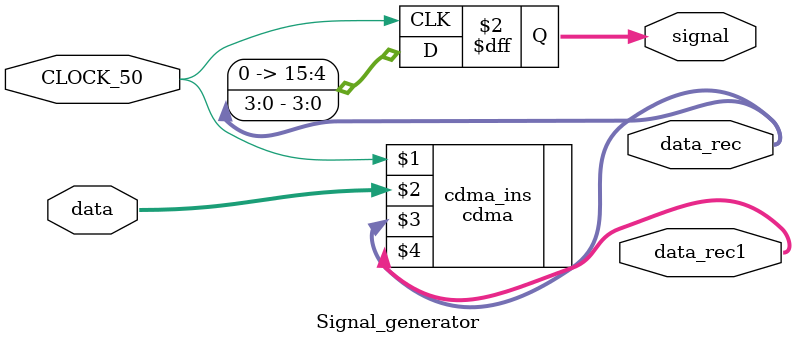
<source format=v>
module  Signal_generator(
				 CLOCK_50 ,
				 signal,data,data_rec,data_rec1
					);
input CLOCK_50 ;
//input signal ;
output [15:0] signal;
input[0:3]data;
output[3:0]data_rec;
output[3:0]data_rec1;

//Signal generator elements
//reg [7:0]sinAddr;
//reg [15:0]sine;
//reg [255:0] val_cap;

//Variables to hold captured values

reg [15:0] signal; //i=0; //vector with values of ROM
reg [31:0] i;

cdma cdma_ins(CLOCK_50,data,data_rec,data_rec1);

always@(posedge CLOCK_50)
begin
signal <=data_rec;
end	
endmodule



</source>
